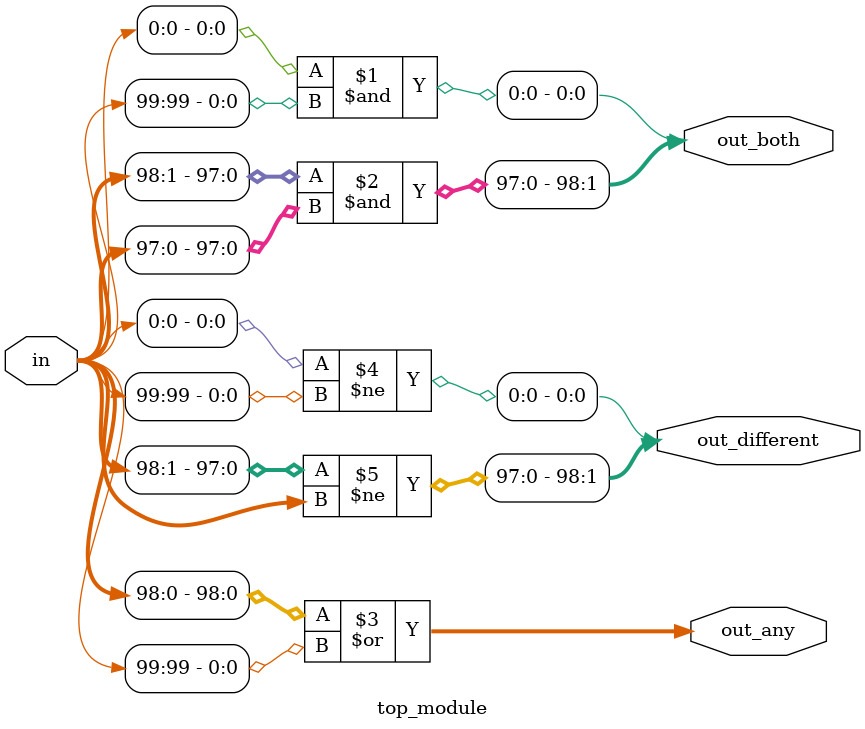
<source format=sv>
module top_module (
	input [99:0] in,
	output [98:0] out_both,
	output [99:1] out_any,
	output [99:0] out_different
);
	// out_both logic
	assign out_both[0] = in[0] & in[99];
	assign out_both[98:1] = in[98:1] & in[97:0];

	// out_any logic
	assign out_any[1:99] = in[0:98] | in[99] ;

	// out_different logic
	assign out_different[0] = in[0] != in[99];
	assign out_different[98:1] = in[98:1] != in[99:0];
endmodule

</source>
